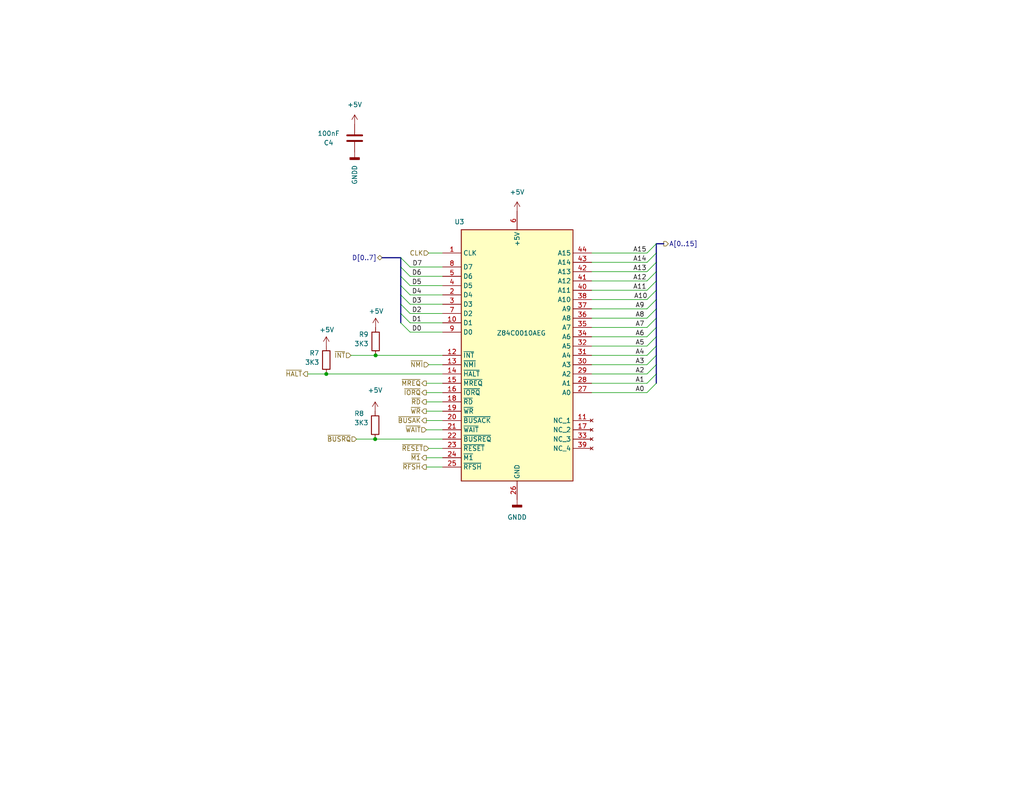
<source format=kicad_sch>
(kicad_sch (version 20230121) (generator eeschema)
  (paper "USLetter")
  (title_block (title "Righteous Tentacle, Colecovision Reverse Engineering Project") (date "2023-06-18") (rev "1.0.0.F") (company "sparkletron") (comment 1 "Jay Convertino") (comment 2 "MIT LICENSE") (comment 3 "PCB: 75743 REV F"))
  (lib_symbols
    (symbol "CPU_EXT:Z84C0010AEG"
      (property "Reference" "U" (at -17.78 25.4 0))
      (property "Value" "Z84C0010AEG" (at -7.62 3.81 0))
      (symbol "Z84C0010AEG_1_1"
        (rectangle (start -15.24 22.86) (end 15.24 -45.72) (stroke (width 0.254)) (fill (type background)))
        (pin input line (at -20.32 16.51 0) (length 5.08) (name "CLK") (number "1"))
        (pin bidirectional line (at -20.32 -2.54 0) (length 5.08) (name "D1") (number "10"))
        (pin no_connect line (at 20.32 -29.21 180) (length 5.08) (name "NC_1") (number "11"))
        (pin passive line (at -20.32 -11.43 0) (length 5.08) (name "~{INT}") (number "12"))
        (pin passive line (at -20.32 -13.97 0) (length 5.08) (name "~{NMI}") (number "13"))
        (pin passive line (at -20.32 -16.51 0) (length 5.08) (name "~{HALT}") (number "14"))
        (pin passive line (at -20.32 -19.05 0) (length 5.08) (name "~{MREQ}") (number "15"))
        (pin passive line (at -20.32 -21.59 0) (length 5.08) (name "~{IORQ}") (number "16"))
        (pin no_connect line (at 20.32 -31.75 180) (length 5.08) (name "NC_2") (number "17"))
        (pin passive line (at -20.32 -24.13 0) (length 5.08) (name "~{RD}") (number "18"))
        (pin passive line (at -20.32 -26.67 0) (length 5.08) (name "~{WR}") (number "19"))
        (pin bidirectional line (at -20.32 5.08 0) (length 5.08) (name "D4") (number "2"))
        (pin passive line (at -20.32 -29.21 0) (length 5.08) (name "~{BUSACK}") (number "20"))
        (pin passive line (at -20.32 -31.75 0) (length 5.08) (name "~{WAIT}") (number "21"))
        (pin passive line (at -20.32 -34.29 0) (length 5.08) (name "~{BUSREQ}") (number "22"))
        (pin passive line (at -20.32 -36.83 0) (length 5.08) (name "~{RESET}") (number "23"))
        (pin passive line (at -20.32 -39.37 0) (length 5.08) (name "~{M1}") (number "24"))
        (pin passive line (at -20.32 -41.91 0) (length 5.08) (name "~{RFSH}") (number "25"))
        (pin passive line (at 0 -50.8 90) (length 5.08) (name "GND") (number "26"))
        (pin output line (at 20.32 -21.59 180) (length 5.08) (name "A0") (number "27"))
        (pin output line (at 20.32 -19.05 180) (length 5.08) (name "A1") (number "28"))
        (pin output line (at 20.32 -16.51 180) (length 5.08) (name "A2") (number "29"))
        (pin bidirectional line (at -20.32 2.54 0) (length 5.08) (name "D3") (number "3"))
        (pin output line (at 20.32 -13.97 180) (length 5.08) (name "A3") (number "30"))
        (pin output line (at 20.32 -11.43 180) (length 5.08) (name "A4") (number "31"))
        (pin output line (at 20.32 -8.89 180) (length 5.08) (name "A5") (number "32"))
        (pin no_connect line (at 20.32 -34.29 180) (length 5.08) (name "NC_3") (number "33"))
        (pin output line (at 20.32 -6.35 180) (length 5.08) (name "A6") (number "34"))
        (pin output line (at 20.32 -3.81 180) (length 5.08) (name "A7") (number "35"))
        (pin output line (at 20.32 -1.27 180) (length 5.08) (name "A8") (number "36"))
        (pin output line (at 20.32 1.27 180) (length 5.08) (name "A9") (number "37"))
        (pin output line (at 20.32 3.81 180) (length 5.08) (name "A10") (number "38"))
        (pin no_connect line (at 20.32 -36.83 180) (length 5.08) (name "NC_4") (number "39"))
        (pin bidirectional line (at -20.32 7.62 0) (length 5.08) (name "D5") (number "4"))
        (pin output line (at 20.32 6.35 180) (length 5.08) (name "A11") (number "40"))
        (pin output line (at 20.32 8.89 180) (length 5.08) (name "A12") (number "41"))
        (pin output line (at 20.32 11.43 180) (length 5.08) (name "A13") (number "42"))
        (pin output line (at 20.32 13.97 180) (length 5.08) (name "A14") (number "43"))
        (pin output line (at 20.32 16.51 180) (length 5.08) (name "A15") (number "44"))
        (pin bidirectional line (at -20.32 10.16 0) (length 5.08) (name "D6") (number "5"))
        (pin passive line (at 0 27.94 270) (length 5.08) (name "+5V") (number "6"))
        (pin bidirectional line (at -20.32 0 0) (length 5.08) (name "D2") (number "7"))
        (pin bidirectional line (at -20.32 12.7 0) (length 5.08) (name "D7") (number "8"))
        (pin bidirectional line (at -20.32 -5.08 0) (length 5.08) (name "D0") (number "9"))
      )
    )
    (symbol "Device:C" (pin_numbers hide) (pin_names (offset 0.254))
      (property "Reference" "C" (at 0.635 2.54 0))
      (property "Value" "C" (at 0.635 -2.54 0))
      (symbol "C_0_1"
        (polyline (pts (xy -2.032 -0.762) (xy 2.032 -0.762)) (stroke (width 0.508)))
        (polyline (pts (xy -2.032 0.762) (xy 2.032 0.762)) (stroke (width 0.508)))
      )
      (symbol "C_1_1"
        (pin passive line (at 0 3.81 270) (length 2.794) (name "~") (number "1"))
        (pin passive line (at 0 -3.81 90) (length 2.794) (name "~") (number "2"))
      )
    )
    (symbol "Device:R" (pin_numbers hide) (pin_names (offset 0))
      (property "Reference" "R" (at 2.032 0 90))
      (property "Value" "R" (at 0 0 90))
      (symbol "R_0_1"
        (rectangle (start -1.016 -2.54) (end 1.016 2.54) (stroke (width 0.254)))
      )
      (symbol "R_1_1"
        (pin passive line (at 0 3.81 270) (length 1.27) (name "~") (number "1"))
        (pin passive line (at 0 -3.81 90) (length 1.27) (name "~") (number "2"))
      )
    )
    (symbol "power:+5V" (power) (pin_names (offset 0))
      (property "Value" "+5V" (at 0 3.556 0))
      (symbol "+5V_0_1"
        (polyline (pts (xy -0.762 1.27) (xy 0 2.54)))
        (polyline (pts (xy 0 0) (xy 0 2.54)))
        (polyline (pts (xy 0 2.54) (xy 0.762 1.27)))
      )
      (symbol "+5V_1_1"
        (pin power_in line (at 0 0 90) (length 0) hide (name "+5V") (number "1"))
      )
    )
    (symbol "power:GNDD" (power) (pin_names (offset 0))
      (property "Value" "GNDD" (at 0 -3.175 0))
      (symbol "GNDD_0_1"
        (rectangle (start -1.27 -1.524) (end 1.27 -2.032) (stroke (width 0.254)) (fill (type outline)))
        (polyline (pts (xy 0 0) (xy 0 -1.524)))
      )
      (symbol "GNDD_1_1"
        (pin power_in line (at 0 0 270) (length 0) hide (name "GNDD") (number "1"))
      )
    )
  )
  (junction (at 89.027 102.108))
  (junction (at 102.362 119.888))
  (junction (at 102.489 97.028))
  (bus_entry (at 176.53 84.328) (size 2.54 -2.54))
  (bus_entry (at 176.53 71.628) (size 2.54 -2.54))
  (bus_entry (at 176.53 94.488) (size 2.54 -2.54))
  (bus_entry (at 176.53 76.708) (size 2.54 -2.54))
  (bus_entry (at 111.887 83.058) (size -2.54 -2.54))
  (bus_entry (at 176.53 86.868) (size 2.54 -2.54))
  (bus_entry (at 111.887 80.518) (size -2.54 -2.54))
  (bus_entry (at 111.887 77.978) (size -2.54 -2.54))
  (bus_entry (at 111.887 72.898) (size -2.54 -2.54))
  (bus_entry (at 176.53 89.408) (size 2.54 -2.54))
  (bus_entry (at 176.53 69.088) (size 2.54 -2.54))
  (bus_entry (at 176.53 102.108) (size 2.54 -2.54))
  (bus_entry (at 111.887 85.598) (size -2.54 -2.54))
  (bus_entry (at 111.887 75.438) (size -2.54 -2.54))
  (bus_entry (at 176.53 79.248) (size 2.54 -2.54))
  (bus_entry (at 111.887 88.138) (size -2.54 -2.54))
  (bus_entry (at 176.53 97.028) (size 2.54 -2.54))
  (bus_entry (at 176.53 104.648) (size 2.54 -2.54))
  (bus_entry (at 176.53 99.568) (size 2.54 -2.54))
  (bus_entry (at 176.53 74.168) (size 2.54 -2.54))
  (bus_entry (at 176.53 91.948) (size 2.54 -2.54))
  (bus_entry (at 176.53 81.788) (size 2.54 -2.54))
  (bus_entry (at 176.53 107.188) (size 2.54 -2.54))
  (bus_entry (at 111.887 90.678) (size -2.54 -2.54))
  (wire (pts (xy 116.332 104.648) (xy 120.777 104.648)))
  (wire (pts (xy 161.417 74.168) (xy 176.53 74.168)))
  (bus (pts (xy 179.07 104.648) (xy 179.07 102.108)))
  (wire (pts (xy 161.417 89.408) (xy 176.53 89.408)))
  (bus (pts (xy 179.07 97.028) (xy 179.07 94.488)))
  (bus (pts (xy 109.347 77.978) (xy 109.347 80.518)))
  (bus (pts (xy 109.347 85.598) (xy 109.347 83.058)))
  (wire (pts (xy 116.967 99.568) (xy 120.777 99.568)))
  (wire (pts (xy 111.887 90.678) (xy 120.777 90.678)))
  (wire (pts (xy 116.332 114.808) (xy 120.777 114.808)))
  (bus (pts (xy 179.07 66.548) (xy 181.102 66.548)))
  (bus (pts (xy 179.07 102.108) (xy 179.07 99.568)))
  (wire (pts (xy 83.947 102.108) (xy 89.027 102.108)))
  (wire (pts (xy 161.417 104.648) (xy 176.53 104.648)))
  (wire (pts (xy 116.332 112.268) (xy 120.777 112.268)))
  (wire (pts (xy 161.417 71.628) (xy 176.53 71.628)))
  (wire (pts (xy 176.53 91.948) (xy 161.417 91.948)))
  (wire (pts (xy 95.758 97.028) (xy 102.489 97.028)))
  (bus (pts (xy 109.347 70.358) (xy 104.267 70.358)))
  (wire (pts (xy 116.967 69.088) (xy 120.777 69.088)))
  (bus (pts (xy 179.07 69.088) (xy 179.07 71.628)))
  (wire (pts (xy 161.417 102.108) (xy 176.53 102.108)))
  (wire (pts (xy 161.417 86.868) (xy 176.53 86.868)))
  (bus (pts (xy 179.07 79.248) (xy 179.07 81.788)))
  (wire (pts (xy 97.282 119.888) (xy 102.362 119.888)))
  (wire (pts (xy 111.887 88.138) (xy 120.777 88.138)))
  (wire (pts (xy 161.417 76.708) (xy 176.53 76.708)))
  (bus (pts (xy 179.07 76.708) (xy 179.07 74.168)))
  (bus (pts (xy 179.07 86.868) (xy 179.07 84.328)))
  (wire (pts (xy 111.887 75.438) (xy 120.777 75.438)))
  (wire (pts (xy 161.417 94.488) (xy 176.53 94.488)))
  (wire (pts (xy 161.417 97.028) (xy 176.53 97.028)))
  (bus (pts (xy 109.347 72.898) (xy 109.347 70.358)))
  (wire (pts (xy 116.332 109.728) (xy 120.777 109.728)))
  (bus (pts (xy 179.07 94.488) (xy 179.07 91.948)))
  (bus (pts (xy 179.07 89.408) (xy 179.07 91.948)))
  (bus (pts (xy 179.07 81.788) (xy 179.07 84.328)))
  (wire (pts (xy 161.417 69.088) (xy 176.53 69.088)))
  (bus (pts (xy 109.347 75.438) (xy 109.347 72.898)))
  (bus (pts (xy 109.347 85.598) (xy 109.347 88.138)))
  (wire (pts (xy 161.417 84.328) (xy 176.53 84.328)))
  (wire (pts (xy 161.417 79.248) (xy 176.53 79.248)))
  (wire (pts (xy 161.417 107.188) (xy 176.53 107.188)))
  (bus (pts (xy 179.07 69.088) (xy 179.07 66.548)))
  (wire (pts (xy 116.332 127.508) (xy 120.777 127.508)))
  (wire (pts (xy 161.417 81.788) (xy 176.53 81.788)))
  (bus (pts (xy 109.347 77.978) (xy 109.347 75.438)))
  (bus (pts (xy 179.07 99.568) (xy 179.07 97.028)))
  (wire (pts (xy 116.332 124.968) (xy 120.777 124.968)))
  (wire (pts (xy 116.332 117.348) (xy 120.777 117.348)))
  (wire (pts (xy 111.887 83.058) (xy 120.777 83.058)))
  (wire (pts (xy 116.967 122.428) (xy 120.777 122.428)))
  (wire (pts (xy 161.417 99.568) (xy 176.53 99.568)))
  (wire (pts (xy 111.887 85.598) (xy 120.777 85.598)))
  (wire (pts (xy 120.777 72.898) (xy 111.887 72.898)))
  (wire (pts (xy 111.887 80.518) (xy 120.777 80.518)))
  (bus (pts (xy 179.07 76.708) (xy 179.07 79.248)))
  (wire (pts (xy 111.887 77.978) (xy 120.777 77.978)))
  (bus (pts (xy 179.07 74.168) (xy 179.07 71.628)))
  (bus (pts (xy 109.347 80.518) (xy 109.347 83.058)))
  (wire (pts (xy 116.332 107.188) (xy 120.777 107.188)))
  (bus (pts (xy 179.07 89.408) (xy 179.07 86.868)))
  (wire (pts (xy 102.489 97.028) (xy 120.777 97.028)))
  (wire (pts (xy 102.362 119.888) (xy 120.777 119.888)))
  (wire (pts (xy 120.777 102.108) (xy 89.027 102.108)))
  (label "D4" (at 115.062 80.518 180))
  (label "A8" (at 173.355 86.868 0))
  (label "D5" (at 115.062 77.978 180))
  (label "A14" (at 172.72 71.628 0))
  (label "A0" (at 173.355 107.188 0))
  (label "A7" (at 173.355 89.408 0))
  (label "A12" (at 172.72 76.708 0))
  (label "A1" (at 173.355 104.648 0))
  (label "A2" (at 173.355 102.108 0))
  (label "A13" (at 172.72 74.168 0))
  (label "A6" (at 173.355 91.948 0))
  (label "A9" (at 173.355 84.328 0))
  (label "A4" (at 173.355 97.028 0))
  (label "D0" (at 115.062 90.678 180))
  (label "D1" (at 115.062 88.138 180))
  (label "D2" (at 115.062 85.598 180))
  (label "D7" (at 115.189 72.898 180))
  (label "A5" (at 173.355 94.488 0))
  (label "A10" (at 172.974 81.788 0))
  (label "D6" (at 115.062 75.438 180))
  (label "A15" (at 172.72 69.088 0))
  (label "D3" (at 115.062 83.058 180))
  (label "A11" (at 172.72 79.248 0))
  (label "A3" (at 173.355 99.568 0))
  (hierarchical_label "~{BUSRQ}" (shape input) (at 97.282 119.888 180))
  (hierarchical_label "~{RFSH}" (shape output) (at 116.332 127.508 180))
  (hierarchical_label "A[0..15]" (shape output) (at 181.102 66.548 0))
  (hierarchical_label "CLK" (shape input) (at 116.967 69.088 180))
  (hierarchical_label "~{WR}" (shape output) (at 116.332 112.268 180))
  (hierarchical_label "~{RD}" (shape output) (at 116.332 109.728 180))
  (hierarchical_label "~{RESET}" (shape input) (at 116.967 122.428 180))
  (hierarchical_label "~{INT}" (shape input) (at 95.758 97.028 180))
  (hierarchical_label "~{M1}" (shape output) (at 116.332 124.968 180))
  (hierarchical_label "~{MREQ}" (shape output) (at 116.332 104.648 180))
  (hierarchical_label "~{BUSAK}" (shape output) (at 116.332 114.808 180))
  (hierarchical_label "D[0..7]" (shape bidirectional) (at 104.267 70.358 180))
  (hierarchical_label "~{HALT}" (shape output) (at 83.947 102.108 180))
  (hierarchical_label "~{WAIT}" (shape input) (at 116.332 117.348 180))
  (hierarchical_label "~{NMI}" (shape input) (at 116.967 99.568 180))
  (hierarchical_label "~{IORQ}" (shape output) (at 116.332 107.188 180))
  (symbol (lib_id "power:+5V") (at 141.097 57.658 0) (unit 1)
    (property "Reference" "#PWR022" (effects hide))
    (property "Value" "+5V" (at 141.097 52.451 0))
  )
  (symbol (lib_id "power:+5V") (at 96.774 33.909 0) (unit 1)
    (property "Reference" "#PWR021" (effects hide))
    (property "Value" "+5V" (at 96.774 28.575 0))
    (instances (project "coleco_original" (path "" (reference "#PWR021") (unit 1)) (path "" (reference "#PWR018") (unit 1))))
  )
  (symbol (lib_id "power:GNDD") (at 96.774 41.529 0) (unit 1)
    (property "Reference" "#PWR022" (effects hide))
    (property "Value" "GNDD" (at 96.774 50.419 90) (effects (justify left)))
    (instances (project "coleco_original" (path "" (reference "#PWR022") (unit 1)) (path "" (reference "#PWR019") (unit 1))))
  )
  (symbol (lib_id "Device:R") (at 102.362 116.078 0) (mirror y) (unit 1)
    (property "Reference" "R8" (at 96.647 112.903 0) (effects (justify right)))
    (property "Value" "3K3" (at 96.647 115.443 0) (effects (justify right)))
    (property "Footprint" "Resistor_SMD:R_0805_2012Metric" (effects hide))
  )
  (symbol (lib_id "power:+5V") (at 102.489 89.408 0) (unit 1)
    (property "Reference" "#PWR021" (effects hide))
    (property "Value" "+5V" (at 100.584 84.963 0) (effects (justify left)))
  )
  (symbol (lib_id "power:GNDD") (at 141.097 136.398 0) (unit 1)
    (property "Reference" "#PWR023" (effects hide))
    (property "Value" "GNDD" (at 141.097 141.224 0))
  )
  (symbol (lib_id "Device:C") (at 96.774 37.719 0) (unit 1)
    (property "Reference" "C4" (at 89.662 38.989 0))
    (property "Value" "100nF" (at 89.662 36.449 0))
    (property "Footprint" "Capacitor_SMD:C_1206_3216Metric" (effects hide))
    (instances (project "coleco_original" (path "" (reference "C4") (unit 1)) (path "" (reference "C9") (unit 1))))
  )
  (symbol (lib_id "Device:R") (at 89.027 98.298 180) (unit 1)
    (property "Reference" "R7" (at 87.122 96.393 0) (effects (justify left)))
    (property "Value" "3K3" (at 87.122 98.933 0) (effects (justify left)))
    (property "Footprint" "Resistor_SMD:R_0805_2012Metric" (effects hide))
  )
  (symbol (lib_id "CPU_EXT:Z84C0010AEG") (at 141.097 85.598 0) (unit 1)
    (property "Reference" "U3" (at 125.349 60.579 0))
    (property "Value" "Z84C0010AEG" (at 142.24 90.932 0))
    (property "Footprint" "Package_QFP:LQFP-44_10x10mm_P0.8mm" (effects hide))
    (property "Datasheet" "http://www.mouser.com/datasheet/2/450/ps0178-19386.pdf" (effects hide))
    (property "Height" "1.6" (effects hide))
    (property "Manufacturer_Name" "LITTELFUSE" (effects hide))
    (property "Manufacturer_Part_Number" "Z84C0010AEG" (effects hide))
    (property "Mouser Part Number" "692-Z84C0010AEG" (effects hide))
    (property "Mouser Price/Stock" "https://www.mouser.co.uk/ProductDetail/ZiLOG/Z84C0010AEG?qs=87AjWkFq0r4vnAaeK2Di%2FA%3D%3D" (effects hide))
    (property "Arrow Part Number" "Z84C0010AEG" (effects hide))
    (property "Arrow Price/Stock" "https://www.arrow.com/en/products/z84c0010aeg/ixys?region=nac" (effects hide))
  )
  (symbol (lib_id "power:+5V") (at 102.362 112.268 0) (unit 1)
    (property "Reference" "#PWR020" (effects hide))
    (property "Value" "+5V" (at 102.362 106.553 0))
  )
  (symbol (lib_id "power:+5V") (at 89.027 94.488 0) (unit 1)
    (property "Reference" "#PWR017" (effects hide))
    (property "Value" "+5V" (at 87.122 90.043 0) (effects (justify left)))
  )
  (symbol (lib_id "Device:R") (at 102.489 93.218 180) (unit 1)
    (property "Reference" "R9" (at 100.584 91.313 0) (effects (justify left)))
    (property "Value" "3K3" (at 100.584 93.853 0) (effects (justify left)))
    (property "Footprint" "Resistor_SMD:R_0805_2012Metric" (effects hide))
  )
)
</source>
